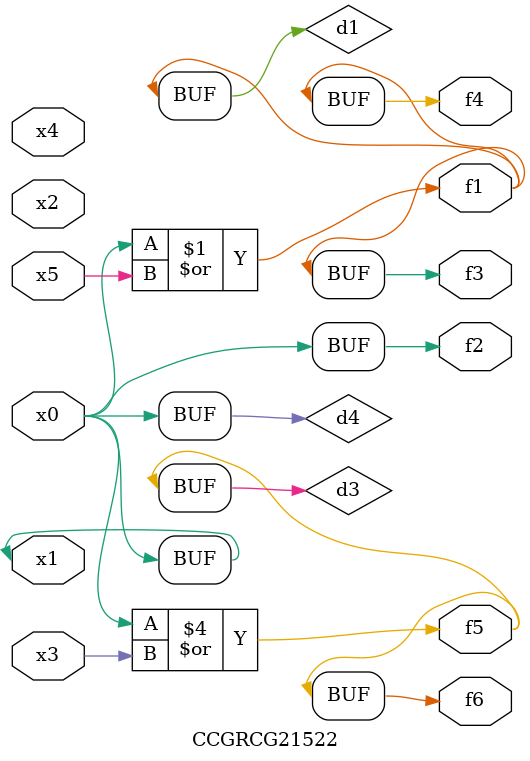
<source format=v>
module CCGRCG21522(
	input x0, x1, x2, x3, x4, x5,
	output f1, f2, f3, f4, f5, f6
);

	wire d1, d2, d3, d4;

	or (d1, x0, x5);
	xnor (d2, x1, x4);
	or (d3, x0, x3);
	buf (d4, x0, x1);
	assign f1 = d1;
	assign f2 = d4;
	assign f3 = d1;
	assign f4 = d1;
	assign f5 = d3;
	assign f6 = d3;
endmodule

</source>
